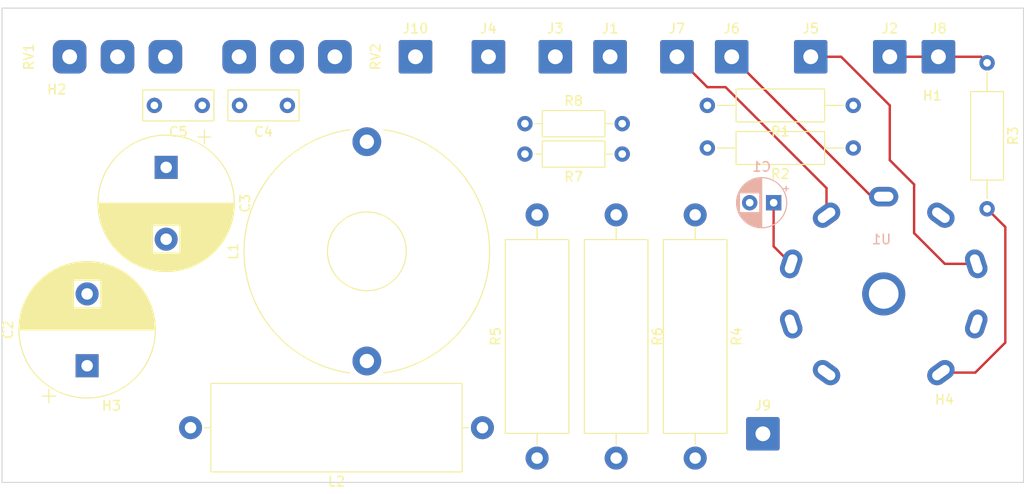
<source format=kicad_pcb>
(kicad_pcb (version 20221018) (generator pcbnew)
  (layers (0 "F.Cu" signal) (31 "B.Cu" signal) (34 "B.Paste" user) (35 "F.Paste" user) (36 "B.SilkS" user "B.Silkscreen") (37 "F.SilkS" user "F.Silkscreen") (38 "B.Mask" user) (39 "F.Mask" user) (44 "Edge.Cuts" user))
  (net 0 "")
  (net 1 "Net-(U1A-K_G3)")
  (net 2 "FEEDBACK")
  (net 3 "Net-(J1-Pin_1)")
  (net 4 "GND")
  (net 5 "-3V3")
  (net 6 "+3V0")
  (net 7 "Net-(U1A-G2)")
  (net 8 "Net-(J5-Pin_1)")
  (net 9 "+HT")
  (net 10 "Net-(C2-Pad1)")
  (net 11 "Net-(C2-Pad2)")
  (net 12 "Net-(L2-Pad1)")
  (net 13 "Net-(J10-Pin_1)")
  (net 14 "Net-(C1-Pad2)")
  (net 15 "Net-(C5-Pad2)")
  (footprint "Connector_Wire:SolderWire-0.75sqmm_1x01_D1.25mm_OD3.5mm" (layer "F.Cu") (at 133.985 47.625)
    (fp_text reference "J2" (at 0 -2.95) (layer "F.SilkS"))
    (fp_text value "X_PRI1")
    (pad "1" thru_hole roundrect (at 0 0) (size 3.5 3.5) (drill 1.55) (layers "*.Cu" "*.Mask") (roundrect_rratio 0.071429) (net 9 "+HT"))
  )
  (footprint "Connector_Wire:SolderWire-0.75sqmm_1x01_D1.25mm_OD3.5mm" (layer "F.Cu") (at 117.475 47.625)
    (fp_text reference "J6" (at 0 -2.95) (layer "F.SilkS"))
    (fp_text value "AC_FIL")
    (pad "1" thru_hole roundrect (at 0 0) (size 3.5 3.5) (drill 1.55) (layers "*.Cu" "*.Mask") (roundrect_rratio 0.071429) (net 5 "-3V3"))
  )
  (footprint "Resistor_THT:R_Axial_DIN0309_L9.0mm_D3.2mm_P15.24mm_Horizontal" (layer "F.Cu") (at 130.175 57.15 180)
    (fp_text reference "R2" (at 7.62 -2.72) (layer "F.SilkS"))
    (fp_text value "LEAK")
    (pad "1" thru_hole circle (at 0 0 180) (size 1.6 1.6) (drill 0.8) (layers "*.Cu" "*.Mask") (net 3 "Net-(J1-Pin_1)"))
    (pad "2" thru_hole oval (at 15.24 0 180) (size 1.6 1.6) (drill 0.8) (layers "*.Cu" "*.Mask") (net 4 "GND"))
  )
  (footprint "MountingHole:MountingHole_3.2mm_M3" (layer "F.Cu") (at 138.43 55.88)
    (fp_text reference "H1" (at 0 -4.2) (layer "F.SilkS"))
    (fp_text value "MountingHole")
    (pad "" np_thru_hole circle (at 0 0) (size 3.2 3.2) (drill 3.2) (layers "*.Cu" "*.Mask"))
  )
  (footprint "Capacitor_THT:CP_Radial_D14.0mm_P7.50mm" (layer "F.Cu") (at 50.165 79.89 90)
    (fp_text reference "C2" (at 3.75 -8.25 90) (layer "F.SilkS"))
    (fp_text value "C_Polarized_US")
    (pad "1" thru_hole rect (at 0 0 90) (size 2.4 2.4) (drill 1.2) (layers "*.Cu" "*.Mask") (net 10 "Net-(C2-Pad1)"))
    (pad "2" thru_hole circle (at 7.5 0 90) (size 2.4 2.4) (drill 1.2) (layers "*.Cu" "*.Mask") (net 11 "Net-(C2-Pad2)"))
  )
  (footprint "Resistor_THT:R_Axial_DIN0309_L9.0mm_D3.2mm_P15.24mm_Horizontal" (layer "F.Cu") (at 130.175 52.705 180)
    (fp_text reference "R1" (at 7.62 -2.72) (layer "F.SilkS"))
    (fp_text value "R")
    (pad "1" thru_hole circle (at 0 0 180) (size 1.6 1.6) (drill 0.8) (layers "*.Cu" "*.Mask") (net 1 "Net-(U1A-K_G3)"))
    (pad "2" thru_hole oval (at 15.24 0 180) (size 1.6 1.6) (drill 0.8) (layers "*.Cu" "*.Mask") (net 14 "Net-(C1-Pad2)"))
  )
  (footprint "Resistor_THT:R_Axial_DIN0309_L9.0mm_D3.2mm_P15.24mm_Horizontal" (layer "F.Cu") (at 144.145 48.26 -90)
    (fp_text reference "R3" (at 7.62 -2.72 90) (layer "F.SilkS"))
    (fp_text value "SCREEN")
    (pad "1" thru_hole circle (at 0 0 270) (size 1.6 1.6) (drill 0.8) (layers "*.Cu" "*.Mask") (net 9 "+HT"))
    (pad "2" thru_hole oval (at 15.24 0 270) (size 1.6 1.6) (drill 0.8) (layers "*.Cu" "*.Mask") (net 7 "Net-(U1A-G2)"))
  )
  (footprint "Resistor_THT:R_Axial_Power_L20.0mm_W6.4mm_P25.40mm" (layer "F.Cu") (at 105.41 64.135 -90)
    (fp_text reference "R6" (at 12.7 -4.32 90) (layer "F.SilkS"))
    (fp_text value "47")
    (pad "1" thru_hole circle (at 0 0 270) (size 2.4 2.4) (drill 1.2) (layers "*.Cu" "*.Mask") (net 4 "GND"))
    (pad "2" thru_hole oval (at 25.4 0 270) (size 2.4 2.4) (drill 1.2) (layers "*.Cu" "*.Mask") (net 10 "Net-(C2-Pad1)"))
  )
  (footprint "Connector_Wire:SolderWire-0.75sqmm_1x01_D1.25mm_OD3.5mm" (layer "F.Cu") (at 120.735 86.995)
    (fp_text reference "J9" (at 0 -2.95) (layer "F.SilkS"))
    (fp_text value "GND")
    (pad "1" thru_hole roundrect (at 0 0) (size 3.5 3.5) (drill 1.55) (layers "*.Cu" "*.Mask") (roundrect_rratio 0.071429) (net 4 "GND"))
  )
  (footprint "Connector_Wire:SolderWire-0.75sqmm_1x01_D1.25mm_OD3.5mm" (layer "F.Cu") (at 111.76 47.625)
    (fp_text reference "J7" (at 0 -2.95) (layer "F.SilkS"))
    (fp_text value "AC_FIL")
    (pad "1" thru_hole roundrect (at 0 0) (size 3.5 3.5) (drill 1.55) (layers "*.Cu" "*.Mask") (roundrect_rratio 0.071429) (net 6 "+3V0"))
  )
  (footprint "Inductor_THT:L_Axial_L26.0mm_D9.0mm_P30.48mm_Horizontal_Fastron_77A" (layer "F.Cu") (at 91.445 86.36 180)
    (fp_text reference "L2" (at 15.24 -5.62) (layer "F.SilkS"))
    (fp_text value "500 µH")
    (pad "1" thru_hole circle (at 0 0 180) (size 2.4 2.4) (drill 1.2) (layers "*.Cu" "*.Mask") (net 12 "Net-(L2-Pad1)"))
    (pad "2" thru_hole oval (at 30.48 0 180) (size 2.4 2.4) (drill 1.2) (layers "*.Cu" "*.Mask") (net 10 "Net-(C2-Pad1)"))
  )
  (footprint "Connector_Wire:SolderWire-0.75sqmm_1x01_D1.25mm_OD3.5mm" (layer "F.Cu") (at 99.06 47.625)
    (fp_text reference "J3" (at 0 -2.95) (layer "F.SilkS"))
    (fp_text value "X_SEC4")
    (pad "1" thru_hole roundrect (at 0 0) (size 3.5 3.5) (drill 1.55) (layers "*.Cu" "*.Mask") (roundrect_rratio 0.071429) (net 2 "FEEDBACK"))
  )
  (footprint "Capacitor_THT:CP_Radial_D14.0mm_P7.50mm" (layer "F.Cu") (at 58.42 59.175 -90)
    (fp_text reference "C3" (at 3.75 -8.25 90) (layer "F.SilkS"))
    (fp_text value "C_Polarized_US")
    (pad "1" thru_hole rect (at 0 0 270) (size 2.4 2.4) (drill 1.2) (layers "*.Cu" "*.Mask") (net 4 "GND"))
    (pad "2" thru_hole circle (at 7.5 0 270) (size 2.4 2.4) (drill 1.2) (layers "*.Cu" "*.Mask") (net 11 "Net-(C2-Pad2)"))
  )
  (footprint "Connector_Wire:SolderWire-0.75sqmm_1x01_D1.25mm_OD3.5mm" (layer "F.Cu") (at 139.065 47.625)
    (fp_text reference "J8" (at 0 -2.95) (layer "F.SilkS"))
    (fp_text value "+HT")
    (pad "1" thru_hole roundrect (at 0 0) (size 3.5 3.5) (drill 1.55) (layers "*.Cu" "*.Mask") (roundrect_rratio 0.071429) (net 9 "+HT"))
  )
  (footprint "Resistor_THT:R_Axial_Power_L20.0mm_W6.4mm_P25.40mm" (layer "F.Cu") (at 97.155 89.535 90)
    (fp_text reference "R5" (at 12.7 -4.32 90) (layer "F.SilkS"))
    (fp_text value "75")
    (pad "1" thru_hole circle (at 0 0 90) (size 2.4 2.4) (drill 1.2) (layers "*.Cu" "*.Mask") (net 12 "Net-(L2-Pad1)"))
    (pad "2" thru_hole oval (at 25.4 0 90) (size 2.4 2.4) (drill 1.2) (layers "*.Cu" "*.Mask") (net 10 "Net-(C2-Pad1)"))
  )
  (footprint "Potentiometer_THT:Potentiometer_Pads_Only" (layer "F.Cu") (at 58.34 47.625 90)
    (fp_text reference "RV1" (at 0 -14.25 90) (layer "F.SilkS"))
    (fp_text value "PRES")
    (pad "1" thru_hole roundrect (at 0 0 90) (size 3.5 3.5) (drill 1.55) (layers "*.Cu" "*.Mask") (net 15 "Net-(C5-Pad2)"))
    (pad "2" thru_hole roundrect (at 0 -5 90) (size 3.5 3.5) (drill 1.55) (layers "*.Cu" "*.Mask") (net 4 "GND"))
    (pad "3" thru_hole roundrect (at 0 -10 90) (size 3.5 3.5) (drill 1.55) (layers "*.Cu" "*.Mask") (net 4 "GND"))
  )
  (footprint "Connector_Wire:SolderWire-0.75sqmm_1x01_D1.25mm_OD3.5mm" (layer "F.Cu") (at 92.075 47.625)
    (fp_text reference "J4" (at 0 -2.95) (layer "F.SilkS"))
    (fp_text value "X_SEC3")
    (pad "1" thru_hole roundrect (at 0 0) (size 3.5 3.5) (drill 1.55) (layers "*.Cu" "*.Mask") (roundrect_rratio 0.071429) (net 4 "GND"))
  )
  (footprint "Resistor_THT:R_Axial_DIN0207_L6.3mm_D2.5mm_P10.16mm_Horizontal" (layer "F.Cu") (at 106.045 57.785 180)
    (fp_text reference "R7" (at 5.08 -2.37) (layer "F.SilkS"))
    (fp_text value "10K")
    (pad "1" thru_hole circle (at 0 0 180) (size 1.6 1.6) (drill 0.8) (layers "*.Cu" "*.Mask") (net 10 "Net-(C2-Pad1)"))
    (pad "2" thru_hole oval (at 10.16 0 180) (size 1.6 1.6) (drill 0.8) (layers "*.Cu" "*.Mask") (net 13 "Net-(J10-Pin_1)"))
  )
  (footprint "Capacitor_THT:C_Rect_L7.2mm_W3.0mm_P5.00mm_FKS2_FKP2_MKS2_MKP2" (layer "F.Cu") (at 71.08 52.705 180)
    (fp_text reference "C4" (at 2.5 -2.75) (layer "F.SilkS"))
    (fp_text value "C")
    (pad "1" thru_hole circle (at 0 0 180) (size 1.6 1.6) (drill 0.8) (layers "*.Cu" "*.Mask") (net 2 "FEEDBACK"))
    (pad "2" thru_hole circle (at 5 0 180) (size 1.6 1.6) (drill 0.8) (layers "*.Cu" "*.Mask") (net 14 "Net-(C1-Pad2)"))
  )
  (footprint "Potentiometer_THT:Potentiometer_Pads_Only" (layer "F.Cu") (at 66.04 47.625 -90)
    (fp_text reference "RV2" (at 0 -14.25 90) (layer "F.SilkS"))
    (fp_text value "RES")
    (pad "1" thru_hole roundrect (at 0 0 270) (size 3.5 3.5) (drill 1.55) (layers "*.Cu" "*.Mask") (net 14 "Net-(C1-Pad2)"))
    (pad "2" thru_hole roundrect (at 0 -5 270) (size 3.5 3.5) (drill 1.55) (layers "*.Cu" "*.Mask") (net 2 "FEEDBACK"))
    (pad "3" thru_hole roundrect (at 0 -10 270) (size 3.5 3.5) (drill 1.55) (layers "*.Cu" "*.Mask") (net 2 "FEEDBACK"))
  )
  (footprint "Capacitor_THT:C_Rect_L7.2mm_W3.0mm_P5.00mm_FKS2_FKP2_MKS2_MKP2" (layer "F.Cu") (at 62.19 52.705 180)
    (fp_text reference "C5" (at 2.5 -2.75) (layer "F.SilkS"))
    (fp_text value "C")
    (pad "1" thru_hole circle (at 0 0 180) (size 1.6 1.6) (drill 0.8) (layers "*.Cu" "*.Mask") (net 14 "Net-(C1-Pad2)"))
    (pad "2" thru_hole circle (at 5 0 180) (size 1.6 1.6) (drill 0.8) (layers "*.Cu" "*.Mask") (net 15 "Net-(C5-Pad2)"))
  )
  (footprint "Inductor_THT:L_Toroid_Horizontal_D25.4mm_P22.90mm_Vishay_TJ5_BigPads" (layer "F.Cu") (at 79.375 79.395 90)
    (fp_text reference "L1" (at 11.45 -13.95 90) (layer "F.SilkS"))
    (fp_text value "11 mH")
    (pad "1" thru_hole circle (at 0 0 90) (size 3 3) (drill 1.5) (layers "*.Cu" "*.Mask") (net 10 "Net-(C2-Pad1)"))
    (pad "2" thru_hole circle (at 22.9 0 90) (size 3 3) (drill 1.5) (layers "*.Cu" "*.Mask") (net 4 "GND"))
  )
  (footprint "Resistor_THT:R_Axial_Power_L20.0mm_W6.4mm_P25.40mm" (layer "F.Cu") (at 113.665 64.135 -90)
    (fp_text reference "R4" (at 12.7 -4.32 -90) (layer "F.SilkS"))
    (fp_text value "8")
    (pad "1" thru_hole circle (at 0 0 270) (size 2.4 2.4) (drill 1.2) (layers "*.Cu" "*.Mask") (net 2 "FEEDBACK"))
    (pad "2" thru_hole oval (at 25.4 0 270) (size 2.4 2.4) (drill 1.2) (layers "*.Cu" "*.Mask") (net 12 "Net-(L2-Pad1)"))
  )
  (footprint "MountingHole:MountingHole_3.2mm_M3" (layer "F.Cu") (at 139.7 87.63)
    (fp_text reference "H4" (at 0 -4.2) (layer "F.SilkS"))
    (fp_text value "MountingHole")
    (pad "" np_thru_hole circle (at 0 0) (size 3.2 3.2) (drill 3.2) (layers "*.Cu" "*.Mask"))
  )
  (footprint "MountingHole:MountingHole_3.2mm_M3" (layer "F.Cu") (at 52.705 88.265)
    (fp_text reference "H3" (at 0 -4.2) (layer "F.SilkS"))
    (fp_text value "MountingHole")
    (pad "" np_thru_hole circle (at 0 0) (size 3.2 3.2) (drill 3.2) (layers "*.Cu" "*.Mask"))
  )
  (footprint "MountingHole:MountingHole_3.2mm_M3" (layer "F.Cu") (at 46.99 55.245)
    (fp_text reference "H2" (at 0 -4.2) (layer "F.SilkS"))
    (fp_text value "MountingHole")
    (pad "" np_thru_hole circle (at 0 0) (size 3.2 3.2) (drill 3.2) (layers "*.Cu" "*.Mask"))
  )
  (footprint "Connector_Wire:SolderWire-0.75sqmm_1x01_D1.25mm_OD3.5mm" (layer "F.Cu") (at 104.775 47.625)
    (fp_text reference "J1" (at 0 -2.95) (layer "F.SilkS"))
    (fp_text value "IN")
    (pad "1" thru_hole roundrect (at 0 0) (size 3.5 3.5) (drill 1.55) (layers "*.Cu" "*.Mask") (roundrect_rratio 0.071429) (net 3 "Net-(J1-Pin_1)"))
  )
  (footprint "Resistor_THT:R_Axial_DIN0207_L6.3mm_D2.5mm_P10.16mm_Horizontal" (layer "F.Cu") (at 95.885 54.61)
    (fp_text reference "R8" (at 5.08 -2.37) (layer "F.SilkS"))
    (fp_text value "1K")
    (pad "1" thru_hole circle (at 0 0) (size 1.6 1.6) (drill 0.8) (layers "*.Cu" "*.Mask") (net 13 "Net-(J10-Pin_1)"))
    (pad "2" thru_hole oval (at 10.16 0) (size 1.6 1.6) (drill 0.8) (layers "*.Cu" "*.Mask") (net 4 "GND"))
  )
  (footprint "Connector_Wire:SolderWire-0.75sqmm_1x01_D1.25mm_OD3.5mm" (layer "F.Cu") (at 84.455 47.625)
    (fp_text reference "J10" (at 0 -2.95) (layer "F.SilkS"))
    (fp_text value "OUT")
    (pad "1" thru_hole roundrect (at 0 0) (size 3.5 3.5) (drill 1.55) (layers "*.Cu" "*.Mask") (roundrect_rratio 0.071429) (net 13 "Net-(J10-Pin_1)"))
  )
  (footprint "Connector_Wire:SolderWire-0.75sqmm_1x01_D1.25mm_OD3.5mm" (layer "F.Cu") (at 125.73 47.625)
    (fp_text reference "J5" (at 0 -2.95) (layer "F.SilkS"))
    (fp_text value "X_PRI2")
    (pad "1" thru_hole roundrect (at 0 0) (size 3.5 3.5) (drill 1.55) (layers "*.Cu" "*.Mask") (roundrect_rratio 0.071429) (net 8 "Net-(J5-Pin_1)"))
  )
  (footprint "Valve:Valve_EL84" (layer "B.Cu") (at 129.9 77.14 180)
    (fp_text reference "U1" (at -3.221113 10.450316) (layer "B.SilkS") (effects (justify mirror)))
    (fp_text value "EL84" hide)
    (pad "2" thru_hole oval (at 6.21183 1.607604 198) (size 2.03 3.05) (drill oval 1.02 2.03) (layers "*.Cu" "*.Mask") (net 3 "Net-(J1-Pin_1)"))
    (pad "3" thru_hole oval (at 6.213639 7.886829 162) (size 2.03 3.05) (drill oval 1.02 2.03) (layers "*.Cu" "*.Mask") (net 1 "Net-(U1A-K_G3)"))
    (pad "4" thru_hole oval (at 2.521898 12.969613 126) (size 2.03 3.05) (drill oval 1.02 2.03) (layers "*.Cu" "*.Mask") (net 6 "+3V0"))
    (pad "5" thru_hole oval (at -3.447073 14.91 90) (size 2.03 3.05) (drill oval 1.02 2.03) (layers "*.Cu" "*.Mask") (net 5 "-3V3"))
    (pad "7" thru_hole oval (at -13.11183 7.892396 198) (size 2.03 3.05) (drill oval 1.02 2.03) (layers "*.Cu" "*.Mask") (net 8 "Net-(J5-Pin_1)"))
    (pad "9" thru_hole oval (at -9.424266 -3.467892 126) (size 2.03 3.05) (drill oval 1.02 2.03) (layers "*.Cu" "*.Mask") (net 7 "Net-(U1A-G2)"))
    (pad "~" thru_hole oval (at -13.112734 1.610388 162) (size 2.03 3.05) (drill oval 1.02 2.03) (layers "*.Cu" "*.Mask"))
    (pad "~" thru_hole oval (at -9.421898 12.969613 234) (size 2.03 3.05) (drill oval 1.02 2.03) (layers "*.Cu" "*.Mask"))
    (pad "~" thru_hole circle (at -3.45 4.75 180) (size 4.5 4.5) (drill 3.1) (layers "*.Cu" "*.Mask"))
    (pad "~" thru_hole oval (at 2.521898 -3.469612 234) (size 2.03 3.05) (drill oval 1.02 2.03) (layers "*.Cu" "*.Mask"))
  )
  (footprint "Capacitor_THT:CP_Radial_D5.0mm_P2.50mm" (layer "B.Cu") (at 121.855113 62.865 180)
    (fp_text reference "C1" (at 1.25 3.75) (layer "B.SilkS") (effects (justify mirror)))
    (fp_text value "C")
    (pad "1" thru_hole rect (at 0 0 180) (size 1.6 1.6) (drill 0.8) (layers "*.Cu" "*.Mask") (net 1 "Net-(U1A-K_G3)"))
    (pad "2" thru_hole circle (at 2.5 0 180) (size 1.6 1.6) (drill 0.8) (layers "*.Cu" "*.Mask") (net 14 "Net-(C1-Pad2)"))
  )
  (gr_line (start 147.955 92.075) (end 147.955 42.545) (stroke (width 0.1)) (layer "Edge.Cuts"))
  (gr_line (start 41.275 42.545) (end 41.275 92.075) (stroke (width 0.1)) (layer "Edge.Cuts"))
  (gr_line (start 147.955 42.545) (end 41.275 42.545) (stroke (width 0.1)) (layer "Edge.Cuts"))
  (gr_line (start 41.275 92.075) (end 147.955 92.075) (stroke (width 0.1)) (layer "Edge.Cuts"))
  (segment (start 121.855113 67.421923) (end 123.686361 69.253171) (width 0.25) (layer "F.Cu") (net 1))
  (segment (start 121.855113 62.865) (end 121.855113 67.421923) (width 0.25) (layer "F.Cu") (net 1))
  (segment (start 117.475 47.625) (end 132.08 62.23) (width 0.25) (layer "F.Cu") (net 5))
  (segment (start 132.08 62.23) (end 133.347073 62.23) (width 0.25) (layer "F.Cu") (net 5))
  (segment (start 127.378102 61.338102) (end 127.378102 64.170387) (width 0.25) (layer "F.Cu") (net 6))
  (segment (start 114.935 50.8) (end 116.84 50.8) (width 0.25) (layer "F.Cu") (net 6))
  (segment (start 116.84 50.8) (end 127.378102 61.338102) (width 0.25) (layer "F.Cu") (net 6))
  (segment (start 111.76 47.625) (end 114.935 50.8) (width 0.25) (layer "F.Cu") (net 6))
  (segment (start 146.05 65.405) (end 146.05 77.47) (width 0.25) (layer "F.Cu") (net 7))
  (segment (start 144.145 63.5) (end 146.05 65.405) (width 0.25) (layer "F.Cu") (net 7))
  (segment (start 142.912108 80.607892) (end 139.324266 80.607892) (width 0.25) (layer "F.Cu") (net 7))
  (segment (start 146.05 77.47) (end 142.912108 80.607892) (width 0.25) (layer "F.Cu") (net 7))
  (segment (start 143.01183 69.247604) (end 139.732604 69.247604) (width 0.25) (layer "F.Cu") (net 8))
  (segment (start 133.985 52.705) (end 128.905 47.625) (width 0.25) (layer "F.Cu") (net 8))
  (segment (start 128.905 47.625) (end 125.73 47.625) (width 0.25) (layer "F.Cu") (net 8))
  (segment (start 133.985 58.42) (end 133.985 52.705) (width 0.25) (layer "F.Cu") (net 8))
  (segment (start 136.525 60.96) (end 133.985 58.42) (width 0.25) (layer "F.Cu") (net 8))
  (segment (start 139.732604 69.247604) (end 136.525 66.04) (width 0.25) (layer "F.Cu") (net 8))
  (segment (start 136.525 66.04) (end 136.525 60.96) (width 0.25) (layer "F.Cu") (net 8))
  (segment (start 144.145 48.26) (end 143.51 47.625) (width 0.25) (layer "F.Cu") (net 9))
  (segment (start 133.985 47.625) (end 139.065 47.625) (width 0.25) (layer "F.Cu") (net 9))
  (segment (start 143.51 47.625) (end 139.065 47.625) (width 0.25) (layer "F.Cu") (net 9))
)
</source>
